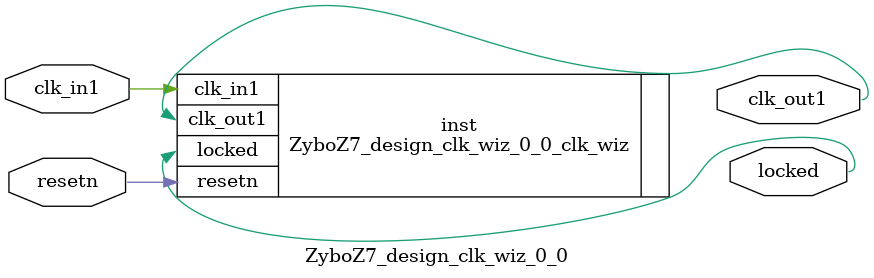
<source format=v>


`timescale 1ps/1ps

(* CORE_GENERATION_INFO = "ZyboZ7_design_clk_wiz_0_0,clk_wiz_v6_0_10_0_0,{component_name=ZyboZ7_design_clk_wiz_0_0,use_phase_alignment=true,use_min_o_jitter=false,use_max_i_jitter=false,use_dyn_phase_shift=false,use_inclk_switchover=false,use_dyn_reconfig=false,enable_axi=0,feedback_source=FDBK_AUTO,PRIMITIVE=MMCM,num_out_clk=1,clkin1_period=20.000,clkin2_period=10.0,use_power_down=false,use_reset=true,use_locked=true,use_inclk_stopped=false,feedback_type=SINGLE,CLOCK_MGR_TYPE=NA,manual_override=false}" *)

module ZyboZ7_design_clk_wiz_0_0 
 (
  // Clock out ports
  output        clk_out1,
  // Status and control signals
  input         resetn,
  output        locked,
 // Clock in ports
  input         clk_in1
 );

  ZyboZ7_design_clk_wiz_0_0_clk_wiz inst
  (
  // Clock out ports  
  .clk_out1(clk_out1),
  // Status and control signals               
  .resetn(resetn), 
  .locked(locked),
 // Clock in ports
  .clk_in1(clk_in1)
  );

endmodule

</source>
